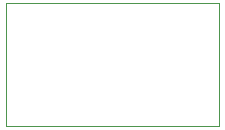
<source format=gbr>
%TF.GenerationSoftware,KiCad,Pcbnew,(6.0.10)*%
%TF.CreationDate,2023-01-04T22:25:59+01:00*%
%TF.ProjectId,SOIC-8 Breakout,534f4943-2d38-4204-9272-65616b6f7574,rev?*%
%TF.SameCoordinates,Original*%
%TF.FileFunction,Profile,NP*%
%FSLAX46Y46*%
G04 Gerber Fmt 4.6, Leading zero omitted, Abs format (unit mm)*
G04 Created by KiCad (PCBNEW (6.0.10)) date 2023-01-04 22:25:59*
%MOMM*%
%LPD*%
G01*
G04 APERTURE LIST*
%TA.AperFunction,Profile*%
%ADD10C,0.100000*%
%TD*%
G04 APERTURE END LIST*
D10*
X143383000Y-96393000D02*
X161417000Y-96393000D01*
X161417000Y-96393000D02*
X161417000Y-106807000D01*
X161417000Y-106807000D02*
X143383000Y-106807000D01*
X143383000Y-106807000D02*
X143383000Y-96393000D01*
M02*

</source>
